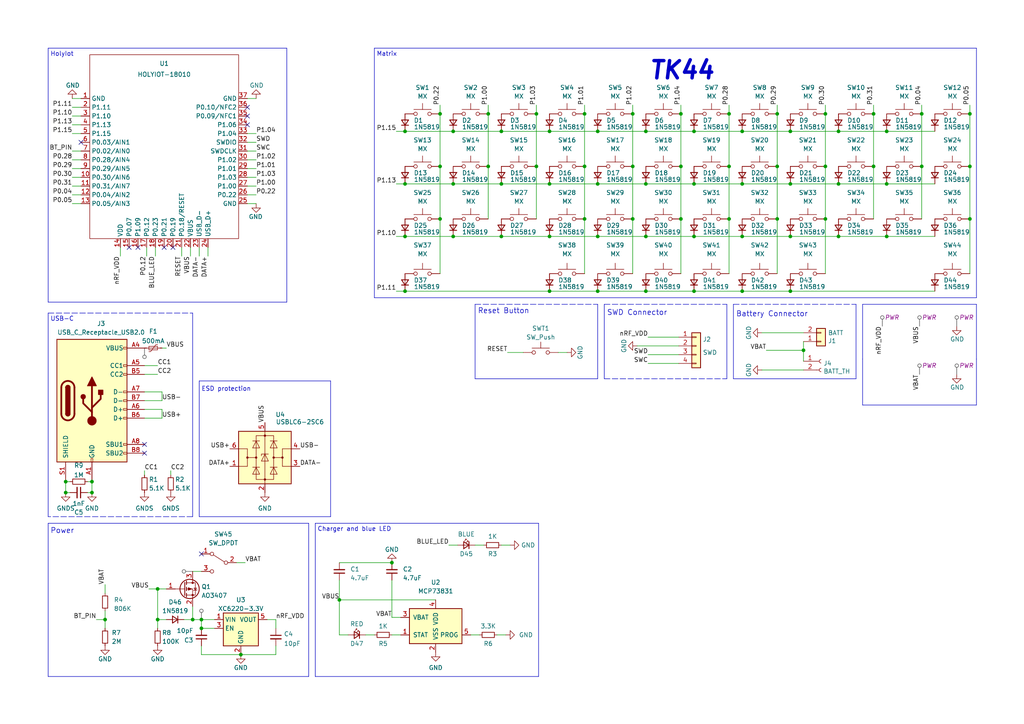
<source format=kicad_sch>
(kicad_sch (version 20230121) (generator eeschema)
  (paper "A4")
  (title_block (title "TK44") (date "2023-03-05") (rev "2.0") (company "Ladniy & krikun98"))
  (junction (at 201.295 38.1))
  (junction (at 26.67 142.875))
  (junction (at 141.605 48.26))
  (junction (at 131.445 38.1))
  (junction (at 211.455 63.5))
  (junction (at 233.045 101.6))
  (junction (at 243.205 68.58))
  (junction (at 197.485 33.02))
  (junction (at 257.175 68.58))
  (junction (at 281.305 48.26))
  (junction (at 173.355 53.34))
  (junction (at 239.395 33.02))
  (junction (at 211.455 48.26))
  (junction (at 58.42 182.245))
  (junction (at 159.385 53.34))
  (junction (at 55.88 179.705) (diameter 0.9144))
  (junction (at 159.385 38.1))
  (junction (at 243.205 38.1))
  (junction (at 145.415 68.58))
  (junction (at 173.355 38.1))
  (junction (at 257.175 53.34))
  (junction (at 201.295 53.34))
  (junction (at 215.265 68.58))
  (junction (at 187.325 38.1))
  (junction (at 19.05 142.875))
  (junction (at 281.305 33.02))
  (junction (at 183.515 33.02))
  (junction (at 211.455 33.02))
  (junction (at 131.445 68.58))
  (junction (at 215.265 53.34))
  (junction (at 187.325 68.58))
  (junction (at 145.415 38.1))
  (junction (at 127.635 63.5))
  (junction (at 45.72 170.815) (diameter 0.9144))
  (junction (at 183.515 48.26))
  (junction (at 169.545 48.26))
  (junction (at 253.365 48.26))
  (junction (at 229.235 68.58))
  (junction (at 201.295 68.58))
  (junction (at 173.355 68.58))
  (junction (at 243.205 53.34))
  (junction (at 215.265 84.455))
  (junction (at 169.545 33.02))
  (junction (at 98.425 173.99))
  (junction (at 229.235 84.455))
  (junction (at 30.48 179.705))
  (junction (at 239.395 63.5))
  (junction (at 155.575 48.26))
  (junction (at 145.415 53.34))
  (junction (at 187.325 53.34))
  (junction (at 197.485 63.5))
  (junction (at 117.475 84.455))
  (junction (at 225.425 63.5))
  (junction (at 173.355 84.455))
  (junction (at 253.365 33.02))
  (junction (at 117.475 68.58))
  (junction (at 127.635 33.02))
  (junction (at 169.545 63.5))
  (junction (at 197.485 48.26))
  (junction (at 201.295 84.455))
  (junction (at 155.575 33.02))
  (junction (at 141.605 33.02))
  (junction (at 159.385 68.58))
  (junction (at 257.175 38.1))
  (junction (at 187.325 84.455))
  (junction (at 267.335 48.26))
  (junction (at 267.335 33.02))
  (junction (at 117.475 53.34))
  (junction (at 215.265 38.1))
  (junction (at 229.235 38.1))
  (junction (at 159.385 84.455))
  (junction (at 113.665 163.195))
  (junction (at 19.05 139.7))
  (junction (at 45.72 179.705) (diameter 0.9144))
  (junction (at 225.425 33.02))
  (junction (at 281.305 63.5))
  (junction (at 26.67 139.7))
  (junction (at 225.425 48.26))
  (junction (at 69.85 189.865))
  (junction (at 229.235 53.34))
  (junction (at 127.635 48.26))
  (junction (at 117.475 38.1))
  (junction (at 183.515 63.5))
  (junction (at 239.395 48.26))
  (junction (at 131.445 53.34))
  (junction (at 58.42 179.705) (diameter 0.9144))
  (no_connect (at 41.91 128.905))
  (no_connect (at 58.42 160.655))
  (no_connect (at 37.465 71.755))
  (no_connect (at 47.625 71.755))
  (no_connect (at 23.495 41.275))
  (no_connect (at 50.165 71.755))
  (no_connect (at 41.91 131.445))
  (no_connect (at 40.005 71.755))
  (no_connect (at 71.755 33.655))
  (no_connect (at 71.755 31.115))
  (no_connect (at 71.755 36.195))
  (polyline (pts (xy 283.21 104.14) (xy 283.21 88.265)))
  (wire (pts (xy 57.785 71.755) (xy 57.785 74.295)))
  (polyline (pts (xy 55.88 90.805) (xy 55.88 149.86)))
  (wire (pts (xy 155.575 33.02) (xy 155.575 48.26)))
  (wire (pts (xy 58.42 182.245) (xy 62.23 182.245)))
  (polyline (pts (xy 55.88 149.86) (xy 13.97 149.86)) (stroke (width 0) (type dash)))
  (wire (pts (xy 30.48 177.165) (xy 30.48 179.705)))
  (wire (pts (xy 159.385 68.58) (xy 173.355 68.58)))
  (wire (pts (xy 58.42 187.325) (xy 58.42 189.865)))
  (polyline (pts (xy 91.44 151.765) (xy 91.44 196.215)))
  (wire (pts (xy 113.665 179.07) (xy 116.205 179.07)))
  (polyline (pts (xy 250.19 88.265) (xy 250.19 104.14)))
  (wire (pts (xy 211.455 30.48) (xy 211.455 33.02)))
  (wire (pts (xy 220.98 107.315) (xy 233.045 107.315)))
  (wire (pts (xy 239.395 33.02) (xy 239.395 48.26)))
  (polyline (pts (xy 210.82 88.265) (xy 210.82 109.855)))
  (wire (pts (xy 215.265 53.34) (xy 229.235 53.34)))
  (wire (pts (xy 253.365 33.02) (xy 253.365 48.26)))
  (wire (pts (xy 114.935 84.455) (xy 117.475 84.455)))
  (wire (pts (xy 55.88 179.705) (xy 58.42 179.705)))
  (wire (pts (xy 267.335 33.02) (xy 267.335 48.26)))
  (wire (pts (xy 197.485 48.26) (xy 197.485 63.5)))
  (wire (pts (xy 145.415 38.1) (xy 159.385 38.1)))
  (wire (pts (xy 211.455 63.5) (xy 211.455 79.375)))
  (polyline (pts (xy 212.725 88.265) (xy 248.285 88.265)) (stroke (width 0) (type dash)))
  (wire (pts (xy 267.335 30.48) (xy 267.335 33.02)))
  (polyline (pts (xy 248.285 109.855) (xy 248.285 88.265)))
  (wire (pts (xy 98.425 173.99) (xy 98.425 184.15)))
  (wire (pts (xy 19.05 142.875) (xy 20.32 142.875)))
  (wire (pts (xy 141.605 48.26) (xy 141.605 63.5)))
  (wire (pts (xy 58.42 189.865) (xy 69.85 189.865)))
  (polyline (pts (xy 13.97 151.765) (xy 89.535 151.765)))
  (wire (pts (xy 20.955 51.435) (xy 23.495 51.435)))
  (wire (pts (xy 161.925 102.235) (xy 164.465 102.235)))
  (polyline (pts (xy 283.21 104.14) (xy 283.21 117.475)))
  (wire (pts (xy 20.955 56.515) (xy 23.495 56.515)))
  (wire (pts (xy 19.05 139.7) (xy 19.05 142.875)))
  (wire (pts (xy 41.91 116.205) (xy 46.99 116.205)))
  (wire (pts (xy 71.755 48.895) (xy 74.295 48.895)))
  (wire (pts (xy 159.385 53.34) (xy 173.355 53.34)))
  (wire (pts (xy 52.705 71.755) (xy 52.705 74.295)))
  (wire (pts (xy 131.445 68.58) (xy 145.415 68.58)))
  (wire (pts (xy 173.355 38.1) (xy 187.325 38.1)))
  (wire (pts (xy 98.425 173.99) (xy 126.365 173.99)))
  (wire (pts (xy 184.785 100.33) (xy 196.85 100.33)))
  (wire (pts (xy 187.96 105.41) (xy 196.85 105.41)))
  (wire (pts (xy 201.295 38.1) (xy 215.265 38.1)))
  (wire (pts (xy 20.955 53.975) (xy 23.495 53.975)))
  (wire (pts (xy 20.955 59.055) (xy 23.495 59.055)))
  (wire (pts (xy 145.415 68.58) (xy 159.385 68.58)))
  (wire (pts (xy 211.455 33.02) (xy 211.455 48.26)))
  (wire (pts (xy 281.305 30.48) (xy 281.305 33.02)))
  (wire (pts (xy 98.425 168.275) (xy 98.425 173.99)))
  (wire (pts (xy 49.53 136.525) (xy 49.53 137.795)))
  (polyline (pts (xy 13.97 151.765) (xy 13.97 196.215)))
  (wire (pts (xy 41.91 113.665) (xy 46.99 113.665)))
  (wire (pts (xy 220.98 96.52) (xy 233.045 96.52)))
  (wire (pts (xy 30.48 179.705) (xy 30.48 182.245)))
  (polyline (pts (xy 173.355 109.855) (xy 137.795 109.855)))
  (wire (pts (xy 229.235 84.455) (xy 271.145 84.455)))
  (wire (pts (xy 243.205 68.58) (xy 257.175 68.58)))
  (wire (pts (xy 19.05 139.065) (xy 19.05 139.7)))
  (wire (pts (xy 155.575 48.26) (xy 155.575 63.5)))
  (wire (pts (xy 71.755 59.055) (xy 74.295 59.055)))
  (wire (pts (xy 46.99 100.965) (xy 48.26 100.965)))
  (wire (pts (xy 187.325 84.455) (xy 201.295 84.455)))
  (wire (pts (xy 131.445 53.34) (xy 145.415 53.34)))
  (polyline (pts (xy 13.97 13.97) (xy 83.185 13.97)))
  (wire (pts (xy 20.955 43.815) (xy 23.495 43.815)))
  (wire (pts (xy 187.325 68.58) (xy 201.295 68.58)))
  (wire (pts (xy 267.335 48.26) (xy 267.335 63.5)))
  (wire (pts (xy 136.525 184.15) (xy 139.065 184.15)))
  (wire (pts (xy 20.955 33.655) (xy 23.495 33.655)))
  (wire (pts (xy 41.91 136.525) (xy 41.91 137.795)))
  (wire (pts (xy 20.955 38.735) (xy 23.495 38.735)))
  (wire (pts (xy 253.365 48.26) (xy 253.365 63.5)))
  (wire (pts (xy 173.355 84.455) (xy 187.325 84.455)))
  (polyline (pts (xy 57.785 110.49) (xy 95.885 110.49)))
  (wire (pts (xy 253.365 30.48) (xy 253.365 33.02)))
  (wire (pts (xy 243.205 53.34) (xy 257.175 53.34)))
  (wire (pts (xy 211.455 48.26) (xy 211.455 63.5)))
  (wire (pts (xy 183.515 30.48) (xy 183.515 33.02)))
  (polyline (pts (xy 108.585 13.97) (xy 283.21 13.97)))
  (polyline (pts (xy 175.26 88.265) (xy 210.82 88.265)) (stroke (width 0) (type dash)))
  (wire (pts (xy 187.96 102.87) (xy 196.85 102.87)))
  (wire (pts (xy 215.265 38.1) (xy 229.235 38.1)))
  (wire (pts (xy 71.755 28.575) (xy 74.295 28.575)))
  (polyline (pts (xy 13.97 87.63) (xy 13.97 13.97)))
  (wire (pts (xy 53.34 179.705) (xy 55.88 179.705)))
  (wire (pts (xy 225.425 30.48) (xy 225.425 33.02)))
  (wire (pts (xy 77.47 179.705) (xy 80.01 179.705)))
  (wire (pts (xy 239.395 30.48) (xy 239.395 33.02)))
  (wire (pts (xy 130.175 158.115) (xy 132.715 158.115)))
  (wire (pts (xy 257.175 68.58) (xy 271.145 68.58)))
  (wire (pts (xy 127.635 33.02) (xy 127.635 48.26)))
  (wire (pts (xy 71.755 38.735) (xy 74.295 38.735)))
  (wire (pts (xy 41.91 121.285) (xy 46.99 121.285)))
  (wire (pts (xy 114.935 68.58) (xy 117.475 68.58)))
  (wire (pts (xy 281.305 48.26) (xy 281.305 63.5)))
  (wire (pts (xy 201.295 84.455) (xy 215.265 84.455)))
  (wire (pts (xy 55.245 71.755) (xy 55.245 74.295)))
  (wire (pts (xy 229.235 38.1) (xy 243.205 38.1)))
  (wire (pts (xy 147.193 102.235) (xy 151.765 102.235)))
  (wire (pts (xy 215.265 84.455) (xy 229.235 84.455)))
  (polyline (pts (xy 212.725 109.855) (xy 248.285 109.855)))
  (wire (pts (xy 20.955 28.575) (xy 23.495 28.575)))
  (wire (pts (xy 243.205 38.1) (xy 257.175 38.1)))
  (wire (pts (xy 45.72 179.705) (xy 45.72 182.245)))
  (wire (pts (xy 106.045 184.15) (xy 108.585 184.15)))
  (wire (pts (xy 257.175 38.1) (xy 271.145 38.1)))
  (wire (pts (xy 46.99 113.665) (xy 46.99 116.205)))
  (wire (pts (xy 25.4 142.875) (xy 26.67 142.875)))
  (wire (pts (xy 26.67 139.065) (xy 26.67 139.7)))
  (polyline (pts (xy 89.535 196.215) (xy 13.97 196.215)))
  (wire (pts (xy 257.175 53.34) (xy 271.145 53.34)))
  (wire (pts (xy 127.635 30.48) (xy 127.635 33.02)))
  (wire (pts (xy 20.955 31.115) (xy 23.495 31.115)))
  (polyline (pts (xy 91.44 196.215) (xy 156.21 196.215)))
  (polyline (pts (xy 83.185 13.97) (xy 83.185 87.63)))
  (wire (pts (xy 173.355 68.58) (xy 187.325 68.58)))
  (wire (pts (xy 239.395 63.5) (xy 239.395 79.375)))
  (wire (pts (xy 187.325 53.34) (xy 201.295 53.34)))
  (wire (pts (xy 114.935 38.1) (xy 117.475 38.1)))
  (wire (pts (xy 58.42 179.705) (xy 62.23 179.705)))
  (polyline (pts (xy 250.19 117.475) (xy 283.21 117.475)))
  (wire (pts (xy 159.385 84.455) (xy 173.355 84.455)))
  (wire (pts (xy 41.91 108.585) (xy 45.72 108.585)))
  (polyline (pts (xy 175.26 109.855) (xy 210.82 109.855)) (stroke (width 0) (type dash)))
  (polyline (pts (xy 156.21 196.215) (xy 156.21 151.765)))
  (wire (pts (xy 42.545 71.755) (xy 42.545 74.295)))
  (wire (pts (xy 71.755 53.975) (xy 74.295 53.975)))
  (wire (pts (xy 68.58 163.195) (xy 71.12 163.195)))
  (wire (pts (xy 80.01 179.705) (xy 80.01 182.245)))
  (polyline (pts (xy 95.885 149.86) (xy 95.885 110.49)))
  (wire (pts (xy 98.425 163.195) (xy 113.665 163.195)))
  (polyline (pts (xy 250.19 104.14) (xy 250.19 117.475)))
  (wire (pts (xy 46.99 118.745) (xy 46.99 121.285)))
  (wire (pts (xy 137.795 158.115) (xy 140.335 158.115)))
  (wire (pts (xy 45.085 71.755) (xy 45.085 74.295)))
  (wire (pts (xy 141.605 33.02) (xy 141.605 48.26)))
  (wire (pts (xy 187.325 38.1) (xy 201.295 38.1)))
  (wire (pts (xy 145.415 158.115) (xy 147.955 158.115)))
  (wire (pts (xy 197.485 63.5) (xy 197.485 79.375)))
  (wire (pts (xy 20.955 36.195) (xy 23.495 36.195)))
  (wire (pts (xy 71.755 41.275) (xy 74.295 41.275)))
  (wire (pts (xy 113.665 168.275) (xy 113.665 179.07)))
  (wire (pts (xy 25.4 139.7) (xy 26.67 139.7)))
  (polyline (pts (xy 83.185 87.63) (xy 13.97 87.63)))
  (wire (pts (xy 117.475 84.455) (xy 159.385 84.455)))
  (wire (pts (xy 225.425 48.26) (xy 225.425 63.5)))
  (wire (pts (xy 113.665 184.15) (xy 116.205 184.15)))
  (wire (pts (xy 69.85 189.865) (xy 80.01 189.865)))
  (wire (pts (xy 20.955 46.355) (xy 23.495 46.355)))
  (wire (pts (xy 55.88 165.735) (xy 58.42 165.735)))
  (wire (pts (xy 144.145 184.15) (xy 146.685 184.15)))
  (wire (pts (xy 229.235 68.58) (xy 243.205 68.58)))
  (wire (pts (xy 169.545 30.48) (xy 169.545 33.02)))
  (polyline (pts (xy 89.535 151.765) (xy 89.535 196.215)))
  (wire (pts (xy 60.325 71.755) (xy 60.325 74.295)))
  (wire (pts (xy 117.475 38.1) (xy 131.445 38.1)))
  (wire (pts (xy 197.485 30.48) (xy 197.485 33.02)))
  (polyline (pts (xy 13.97 90.805) (xy 13.97 149.86)))
  (wire (pts (xy 41.91 106.045) (xy 45.72 106.045)))
  (wire (pts (xy 71.755 56.515) (xy 74.295 56.515)))
  (wire (pts (xy 98.425 184.15) (xy 100.965 184.15)))
  (wire (pts (xy 155.575 30.48) (xy 155.575 33.02)))
  (wire (pts (xy 127.635 48.26) (xy 127.635 63.5)))
  (wire (pts (xy 201.295 53.34) (xy 215.265 53.34)))
  (polyline (pts (xy 108.585 13.97) (xy 108.585 86.36)))
  (wire (pts (xy 55.88 175.895) (xy 55.88 179.705)))
  (wire (pts (xy 169.545 63.5) (xy 169.545 79.375)))
  (wire (pts (xy 225.425 33.02) (xy 225.425 48.26)))
  (wire (pts (xy 183.515 63.5) (xy 183.515 79.375)))
  (wire (pts (xy 197.485 33.02) (xy 197.485 48.26)))
  (wire (pts (xy 45.72 170.815) (xy 45.72 179.705)))
  (wire (pts (xy 30.48 169.545) (xy 30.48 172.085)))
  (wire (pts (xy 183.515 48.26) (xy 183.515 63.5)))
  (polyline (pts (xy 173.355 88.265) (xy 173.355 109.855)))
  (polyline (pts (xy 212.725 88.265) (xy 212.725 109.855)))
  (wire (pts (xy 19.05 139.7) (xy 20.32 139.7)))
  (wire (pts (xy 145.415 53.34) (xy 159.385 53.34)))
  (wire (pts (xy 114.935 53.34) (xy 117.475 53.34)))
  (wire (pts (xy 127.635 63.5) (xy 127.635 79.375)))
  (polyline (pts (xy 13.97 90.805) (xy 55.88 90.805)) (stroke (width 0) (type dash)))
  (polyline (pts (xy 250.19 88.265) (xy 283.21 88.265)))
  (polyline (pts (xy 108.585 86.36) (xy 283.21 86.36)))
  (wire (pts (xy 141.605 30.48) (xy 141.605 33.02)))
  (wire (pts (xy 20.955 48.895) (xy 23.495 48.895)))
  (wire (pts (xy 58.42 179.705) (xy 58.42 182.245)))
  (wire (pts (xy 71.755 43.815) (xy 74.295 43.815)))
  (polyline (pts (xy 175.26 88.265) (xy 175.26 109.855)))
  (wire (pts (xy 43.18 170.815) (xy 45.72 170.815)))
  (polyline (pts (xy 57.785 149.86) (xy 57.785 110.49)))
  (wire (pts (xy 117.475 68.58) (xy 131.445 68.58)))
  (wire (pts (xy 117.475 53.34) (xy 131.445 53.34)))
  (wire (pts (xy 281.305 33.02) (xy 281.305 48.26)))
  (polyline (pts (xy 137.795 88.265) (xy 173.355 88.265)) (stroke (width 0) (type dash)))
  (wire (pts (xy 71.755 51.435) (xy 74.295 51.435)))
  (polyline (pts (xy 91.44 151.765) (xy 156.21 151.765)))
  (wire (pts (xy 187.96 97.79) (xy 196.85 97.79)))
  (wire (pts (xy 80.01 189.865) (xy 80.01 187.325)))
  (wire (pts (xy 45.72 170.815) (xy 48.26 170.815)))
  (wire (pts (xy 34.925 71.755) (xy 34.925 74.295)))
  (wire (pts (xy 239.395 48.26) (xy 239.395 63.5)))
  (wire (pts (xy 45.72 179.705) (xy 48.26 179.705)))
  (polyline (pts (xy 283.21 86.36) (xy 283.21 13.97)))
  (wire (pts (xy 233.045 99.06) (xy 233.045 101.6)))
  (wire (pts (xy 225.425 63.5) (xy 225.425 79.375)))
  (wire (pts (xy 169.545 33.02) (xy 169.545 48.26)))
  (polyline (pts (xy 57.785 149.86) (xy 95.885 149.86)))
  (wire (pts (xy 281.305 63.5) (xy 281.305 79.375)))
  (wire (pts (xy 26.67 139.7) (xy 26.67 142.875)))
  (wire (pts (xy 159.385 38.1) (xy 173.355 38.1)))
  (wire (pts (xy 27.94 179.705) (xy 30.48 179.705)))
  (wire (pts (xy 71.755 46.355) (xy 74.295 46.355)))
  (wire (pts (xy 169.545 48.26) (xy 169.545 63.5)))
  (polyline (pts (xy 137.795 88.265) (xy 137.795 109.855)))
  (wire (pts (xy 215.265 68.58) (xy 229.235 68.58)))
  (wire (pts (xy 222.25 101.6) (xy 233.045 101.6)))
  (wire (pts (xy 201.295 68.58) (xy 215.265 68.58)))
  (wire (pts (xy 233.045 101.6) (xy 233.045 104.775)))
  (wire (pts (xy 183.515 33.02) (xy 183.515 48.26)))
  (wire (pts (xy 131.445 38.1) (xy 145.415 38.1)))
  (wire (pts (xy 229.235 53.34) (xy 243.205 53.34)))
  (wire (pts (xy 173.355 53.34) (xy 187.325 53.34)))
  (wire (pts (xy 41.91 118.745) (xy 46.99 118.745)))
  (text "HolyIot" (at 14.605 16.51 0) (effects (font (size 1.27 1.27)) (justify left bottom)))
  (text "USB-C" (at 14.605 93.345 0) (effects (font (size 1.27 1.27)) (justify left bottom)))
  (text "Power" (at 14.605 154.94 0) (effects (font (size 1.524 1.524)) (justify left bottom)))
  (text "ESD protection" (at 58.42 113.665 0) (effects (font (size 1.27 1.27)) (justify left bottom)))
  (text "TK44" (at 187.96 23.495 0) (effects (font (size 5 5) (thickness 1) bold italic) (justify left bottom)))
  (text "SWD Сonnector" (at 176.022 91.694 0) (effects (font (size 1.524 1.524)) (justify left bottom)))
  (text "Reset Button" (at 138.557 91.186 0) (effects (font (size 1.524 1.524)) (justify left bottom)))
  (text "Battery Сonnector" (at 213.487 92.075 0) (effects (font (size 1.524 1.524)) (justify left bottom)))
  (text "Charger and blue LED" (at 92.075 154.305 0) (effects (font (size 1.27 1.27)) (justify left bottom)))
  (text "Matrix" (at 109.22 16.51 0) (effects (font (size 1.27 1.27)) (justify left bottom)))
  (label "P1.00" (at 74.295 53.975 0))
  (label "P1.03" (at 74.295 51.435 0))
  (label "P0.29" (at 225.425 30.48 90))
  (label "DATA+" (at 60.325 74.295 270))
  (label "nRF_VDD" (at 187.96 97.79 180))
  (label "P1.10" (at 20.955 33.655 180))
  (label "VBAT" (at 266.7 108.585 270))
  (label "SWC" (at 187.96 105.41 180))
  (label "P1.15" (at 114.935 38.1 180))
  (label "P1.02" (at 74.295 46.355 0))
  (label "P0.04" (at 267.335 30.48 90))
  (label "P0.28" (at 20.955 46.355 180))
  (label "P1.15" (at 20.955 38.735 180))
  (label "P0.31" (at 253.365 30.48 90))
  (label "P0.28" (at 211.455 30.48 90))
  (label "P1.02" (at 183.515 30.48 90))
  (label "P0.22" (at 74.295 56.515 0))
  (label "CC2" (at 49.53 136.525 0))
  (label "P0.29" (at 20.955 48.895 180))
  (label "VBAT" (at 71.12 163.195 0))
  (label "P0.05" (at 281.305 30.48 90))
  (label "P1.11" (at 114.935 84.455 180))
  (label "USB-" (at 86.995 130.175 0))
  (label "USB+" (at 66.675 130.175 180))
  (label "CC2" (at 45.72 108.585 0))
  (label "DATA-" (at 57.785 74.295 270))
  (label "VBAT" (at 222.25 101.6 180))
  (label "SWC" (at 74.295 43.815 0))
  (label "P1.04" (at 74.295 38.735 0))
  (label "VBUS" (at 266.7 94.615 270))
  (label "VBUS" (at 76.835 122.555 90))
  (label "USB+" (at 46.99 121.285 0))
  (label "P1.10" (at 114.935 68.58 180))
  (label "nRF_VDD" (at 255.905 94.615 270))
  (label "SWD" (at 74.295 41.275 0))
  (label "VBUS" (at 48.26 100.965 0))
  (label "P1.01" (at 169.545 30.48 90))
  (label "USB-" (at 46.99 116.205 0))
  (label "VBUS" (at 98.425 173.99 180))
  (label "nRF_VDD" (at 34.925 74.295 270))
  (label "P1.11" (at 20.955 31.115 180))
  (label "BT_PIN" (at 20.955 43.815 180))
  (label "BLUE_LED" (at 45.085 74.295 270))
  (label "nRF_VDD" (at 80.01 179.705 0))
  (label "VBUS" (at 43.18 170.815 180))
  (label "P0.30" (at 20.955 51.435 180))
  (label "BT_PIN" (at 27.94 179.705 180))
  (label "P1.13" (at 114.935 53.34 180))
  (label "CC1" (at 41.91 136.525 0))
  (label "DATA-" (at 86.995 135.255 0))
  (label "RESET" (at 147.193 102.235 180))
  (label "P0.04" (at 20.955 56.515 180))
  (label "P0.31" (at 20.955 53.975 180))
  (label "P0.22" (at 127.635 30.48 90))
  (label "P1.13" (at 20.955 36.195 180))
  (label "P1.03" (at 155.575 30.48 90))
  (label "RESET" (at 52.705 74.295 270))
  (label "P1.00" (at 141.605 30.48 90))
  (label "P0.05" (at 20.955 59.055 180))
  (label "VBAT" (at 113.665 179.07 180))
  (label "P0.30" (at 239.395 30.48 90))
  (label "P0.12" (at 42.545 74.295 270))
  (label "CC1" (at 45.72 106.045 0))
  (label "VBAT" (at 30.48 169.545 90))
  (label "VBUS" (at 55.245 74.295 270))
  (label "SWD" (at 187.96 102.87 180))
  (label "P1.01" (at 74.295 48.895 0))
  (label "P1.04" (at 197.485 30.48 90))
  (label "DATA+" (at 66.675 135.255 180))
  (label "BLUE_LED" (at 130.175 158.115 180))
  (netclass_flag "" (length 2.54) (shape round) (at 255.905 94.615 0) (property "Netclass" "PWR" (at 256.6035 92.075 0) (effects (font italic) (justify left))))
  (netclass_flag "" (length 2.54) (shape round) (at 266.7 94.615 0) (property "Netclass" "PWR" (at 267.3985 92.075 0) (effects (font italic) (justify left))))
  (netclass_flag "" (length 2.54) (shape round) (at 277.495 108.585 0) (property "Netclass" "PWR" (at 278.1935 106.045 0) (effects (font italic) (justify left))))
  (netclass_flag "" (length 2.54) (shape round) (at 41.91 100.965 180) (property "Netclass" "PWR" (effects hide)))
  (netclass_flag "" (length 2.54) (shape round) (at 277.495 94.615 0) (property "Netclass" "PWR" (at 278.1935 92.075 0) (effects (font italic) (justify left))))
  (netclass_flag "" (length 2.54) (shape round) (at 58.42 179.705 0) (property "Netclass" "PWR" (effects hide)))
  (netclass_flag "" (length 2.54) (shape round) (at 266.7 108.585 0) (property "Netclass" "PWR" (at 267.3985 106.045 0) (effects (font italic) (justify left))))
  (netclass_flag "" (length 2.54) (shape round) (at 55.88 165.735 90) (property "Netclass" "PWR" (effects hide)))
  (symbol (lib_id "Switch:SW_Push") (at 150.495 33.02 0) (unit 1)
    (property "Reference" "SW3" (at 150.495 25.4 0))
    (property "Value" "MX" (at 150.495 27.94 0))
    (property "Footprint" "TK44:Switch_Mx_Hotswap_1u" (effects hide))
  )
  (symbol (lib_id "Device:D_Small") (at 215.265 35.56 90) (unit 1)
    (property "Reference" "D8" (at 217.805 34.925 90) (effects (justify right)))
    (property "Value" "1N5819" (at 217.805 36.83 90) (effects (justify right)))
    (property "Footprint" "TK44:D_SOD-123" (effects hide))
  )
  (symbol (lib_id "Switch:SW_Push") (at 122.555 63.5 0) (unit 1)
    (property "Reference" "SW25" (at 122.555 55.88 0))
    (property "Value" "MX" (at 122.555 58.42 0))
    (property "Footprint" "TK44:Switch_Mx_Hotswap_1u" (effects hide))
  )
  (symbol (lib_id "Device:D_Small") (at 201.295 81.915 90) (unit 1)
    (property "Reference" "D41" (at 203.835 81.28 90) (effects (justify right)))
    (property "Value" "1N5819" (at 203.835 83.185 90) (effects (justify right)))
    (property "Footprint" "TK44:D_SOD-123" (effects hide))
  )
  (symbol (lib_id "Device:C_Small") (at 80.01 184.785 0) (unit 1)
    (property "Reference" "C4" (at 82.3342 183.8765 0) (effects (justify left)))
    (property "Value" "10pF" (at 82.3342 186.6516 0) (effects (justify left)))
    (property "Footprint" "Capacitor_SMD:C_0805_2012Metric_Pad1.18x1.45mm_HandSolder" (effects hide))
    (property "LCSC" "C1634" (effects hide))
  )
  (symbol (lib_id "Device:D_Small") (at 117.475 66.04 90) (unit 1)
    (property "Reference" "D25" (at 120.015 65.405 90) (effects (justify right)))
    (property "Value" "1N5819" (at 120.015 67.31 90) (effects (justify right)))
    (property "Footprint" "TK44:D_SOD-123" (effects hide))
  )
  (symbol (lib_id "Device:D_Small") (at 50.8 179.705 180) (unit 1)
    (property "Reference" "D46" (at 50.8 174.625 0))
    (property "Value" "1N5819" (at 50.8 177.165 0))
    (property "Footprint" "TK44:D_SOD-123" (effects hide))
  )
  (symbol (lib_id "Device:R_Small") (at 141.605 184.15 90) (unit 1)
    (property "Reference" "R6" (at 141.605 186.69 90))
    (property "Value" "3.3K" (at 141.605 181.61 90))
    (property "Footprint" "Resistor_SMD:R_0805_2012Metric_Pad1.20x1.40mm_HandSolder" (effects hide))
  )
  (symbol (lib_id "power:GND") (at 146.685 184.15 90) (unit 1)
    (property "Reference" "#PWR012" (effects hide))
    (property "Value" "GND" (at 150.495 184.1499 90) (effects (justify right)))
  )
  (symbol (lib_id "power:GND") (at 277.495 94.615 0) (unit 1)
    (property "Reference" "#PWR04" (effects hide))
    (property "Value" "GND" (at 277.622 98.3742 0))
  )
  (symbol (lib_id "Switch:SW_Push") (at 276.225 48.26 0) (unit 1)
    (property "Reference" "SW24" (at 276.225 40.64 0))
    (property "Value" "MX" (at 276.225 43.18 0))
    (property "Footprint" "TK44:Switch_Mx_Hotswap_1u" (effects hide))
  )
  (symbol (lib_id "power:GND") (at 113.665 163.195 180) (unit 1)
    (property "Reference" "#PWR017" (effects hide))
    (property "Value" "GND" (at 113.665 159.385 0))
  )
  (symbol (lib_id "power:GND") (at 220.98 96.52 270) (unit 1)
    (property "Reference" "#PWR021" (effects hide))
    (property "Value" "GND" (at 217.17 96.52 0))
  )
  (symbol (lib_id "Device:D_Small") (at 215.265 50.8 90) (unit 1)
    (property "Reference" "D20" (at 217.805 50.165 90) (effects (justify right)))
    (property "Value" "1N5819" (at 217.805 52.07 90) (effects (justify right)))
    (property "Footprint" "TK44:D_SOD-123" (effects hide))
  )
  (symbol (lib_id "Switch:SW_Push") (at 276.225 33.02 0) (unit 1)
    (property "Reference" "SW12" (at 276.225 25.4 0))
    (property "Value" "MX" (at 276.225 27.94 0))
    (property "Footprint" "TK44:Switch_Mx_Hotswap_1u" (effects hide))
  )
  (symbol (lib_id "power:GND") (at 30.48 187.325 0) (unit 1)
    (property "Reference" "#PWR013" (effects hide))
    (property "Value" "GND" (at 30.48 191.135 0))
  )
  (symbol (lib_id "Device:D_Small") (at 201.295 35.56 90) (unit 1)
    (property "Reference" "D7" (at 203.835 34.925 90) (effects (justify right)))
    (property "Value" "1N5819" (at 203.835 36.83 90) (effects (justify right)))
    (property "Footprint" "TK44:D_SOD-123" (effects hide))
  )
  (symbol (lib_id "Device:D_Small") (at 131.445 50.8 90) (unit 1)
    (property "Reference" "D14" (at 133.985 50.165 90) (effects (justify right)))
    (property "Value" "1N5819" (at 133.985 52.07 90) (effects (justify right)))
    (property "Footprint" "TK44:D_SOD-123" (effects hide))
  )
  (symbol (lib_id "power:GND") (at 126.365 189.23 0) (unit 1)
    (property "Reference" "#PWR015" (effects hide))
    (property "Value" "GND" (at 126.365 193.675 0))
  )
  (symbol (lib_id "Switch:SW_Push") (at 248.285 63.5 0) (unit 1)
    (property "Reference" "SW34" (at 248.285 55.88 0))
    (property "Value" "MX" (at 248.285 58.42 0))
    (property "Footprint" "TK44:Switch_Mx_Hotswap_1u" (effects hide))
  )
  (symbol (lib_id "Device:R_Small") (at 41.91 140.335 0) (unit 1)
    (property "Reference" "R1" (at 43.18 139.0649 0) (effects (justify left)))
    (property "Value" "5.1K" (at 43.18 141.6049 0) (effects (justify left)))
    (property "Footprint" "Resistor_SMD:R_0805_2012Metric_Pad1.20x1.40mm_HandSolder" (effects hide))
  )
  (symbol (lib_id "power:GNDS") (at 19.05 142.875 0) (unit 1)
    (property "Reference" "#PWR08" (effects hide))
    (property "Value" "GNDS" (at 19.05 147.4376 0))
  )
  (symbol (lib_id "Switch:SW_Push") (at 192.405 48.26 0) (unit 1)
    (property "Reference" "SW18" (at 192.405 40.64 0))
    (property "Value" "MX" (at 192.405 43.18 0))
    (property "Footprint" "TK44:Switch_Mx_Hotswap_1u" (effects hide))
  )
  (symbol (lib_id "Device:D_Small") (at 243.205 35.56 90) (unit 1)
    (property "Reference" "D10" (at 245.745 34.925 90) (effects (justify right)))
    (property "Value" "1N5819" (at 245.745 36.83 90) (effects (justify right)))
    (property "Footprint" "TK44:D_SOD-123" (effects hide))
  )
  (symbol (lib_id "power:GND") (at 76.835 142.875 0) (unit 1)
    (property "Reference" "#PWR018" (effects hide))
    (property "Value" "GND" (at 76.835 147.4376 0))
  )
  (symbol (lib_id "power:GND") (at 20.955 28.575 180) (unit 1)
    (property "Reference" "#PWR01" (effects hide))
    (property "Value" "GND" (at 19.05 24.765 0) (effects (justify right)))
  )
  (symbol (lib_id "TK44:MSK12C02") (at 63.5 163.195 0) (mirror y) (unit 1)
    (property "Reference" "SW45" (at 64.77 154.94 0))
    (property "Value" "SW_DPDT" (at 64.77 157.48 0))
    (property "Footprint" "TK44:MSK-12C02" (effects hide))
  )
  (symbol (lib_id "Connector:USB_C_Receptacle_USB2.0") (at 26.67 116.205 0) (unit 1)
    (property "Reference" "J3" (at 29.337 93.853 0))
    (property "Value" "USB_C_Receptacle_USB2.0" (at 29.337 96.393 0))
    (property "Footprint" "TK44:USB-C-C168688" (effects hide))
    (property "Datasheet" "https://www.usb.org/sites/default/files/documents/usb_type-c.zip" (effects hide))
  )
  (symbol (lib_id "power:GND") (at 277.495 108.585 0) (unit 1)
    (property "Reference" "#PWR010" (effects hide))
    (property "Value" "GNDS" (at 277.622 112.3442 0))
  )
  (symbol (lib_id "Switch:SW_Push") (at 234.315 48.26 0) (unit 1)
    (property "Reference" "SW21" (at 234.315 40.64 0))
    (property "Value" "MX" (at 234.315 43.18 0))
    (property "Footprint" "TK44:Switch_Mx_Hotswap_1u" (effects hide))
  )
  (symbol (lib_id "Switch:SW_Push") (at 262.255 63.5 0) (unit 1)
    (property "Reference" "SW35" (at 262.255 55.88 0))
    (property "Value" "MX" (at 262.255 58.42 0))
    (property "Footprint" "TK44:Switch_Mx_Hotswap_1u" (effects hide))
  )
  (symbol (lib_id "Device:D_Small") (at 229.235 81.915 90) (unit 1)
    (property "Reference" "D43" (at 231.775 81.28 90) (effects (justify right)))
    (property "Value" "1N5819" (at 231.775 83.185 90) (effects (justify right)))
    (property "Footprint" "TK44:D_SOD-123" (effects hide))
  )
  (symbol (lib_id "power:GNDS") (at 49.53 142.875 0) (unit 1)
    (property "Reference" "#PWR09" (effects hide))
    (property "Value" "GNDS" (at 49.53 147.4376 0))
  )
  (symbol (lib_id "Device:Polyfuse_Small") (at 44.45 100.965 90) (unit 1)
    (property "Reference" "F1" (at 44.45 96.1094 90))
    (property "Value" "500mA" (at 44.45 98.8845 90))
    (property "Footprint" "Fuse:Fuse_1206_3216Metric_Pad1.42x1.75mm_HandSolder" (effects hide))
    (property "LCSC" "C883122" (effects hide))
  )
  (symbol (lib_id "Device:LED_Small") (at 135.255 158.115 0) (mirror y) (unit 1)
    (property "Reference" "D45" (at 135.255 160.655 0))
    (property "Value" "BLUE" (at 135.255 154.94 0))
    (property "Footprint" "LED_SMD:LED_0805_2012Metric_Pad1.15x1.40mm_HandSolder" (effects hide))
  )
  (symbol (lib_id "Device:D_Small") (at 117.475 50.8 90) (unit 1)
    (property "Reference" "D13" (at 120.015 50.165 90) (effects (justify right)))
    (property "Value" "1N5819" (at 120.015 52.07 90) (effects (justify right)))
    (property "Footprint" "TK44:D_SOD-123" (effects hide))
  )
  (symbol (lib_id "Device:D_Small") (at 159.385 66.04 90) (unit 1)
    (property "Reference" "D28" (at 161.925 65.405 90) (effects (justify right)))
    (property "Value" "1N5819" (at 161.925 67.31 90) (effects (justify right)))
    (property "Footprint" "TK44:D_SOD-123" (effects hide))
  )
  (symbol (lib_id "power:GNDS") (at 41.91 142.875 0) (unit 1)
    (property "Reference" "#PWR020" (effects hide))
    (property "Value" "GNDS" (at 41.91 147.4376 0))
  )
  (symbol (lib_id "TK44:AP2112K-3.3V") (at 69.85 182.245 0) (unit 1)
    (property "Reference" "U3" (at 69.85 173.99 0))
    (property "Value" "XC6220-3.3V" (at 69.85 176.53 0))
    (property "Footprint" "TK44:SOT-23-5" (effects hide))
  )
  (symbol (lib_id "Switch:SW_Push") (at 220.345 79.375 0) (unit 1)
    (property "Reference" "SW42" (at 220.345 71.12 0))
    (property "Value" "MX" (at 220.345 73.66 0))
    (property "Footprint" "TK44:Switch_Mx_Hotswap_1u" (effects hide))
  )
  (symbol (lib_id "power:GND") (at 74.295 59.055 0) (unit 1)
    (property "Reference" "#PWR03" (effects hide))
    (property "Value" "GND" (at 76.2 62.865 0) (effects (justify right)))
  )
  (symbol (lib_id "Switch:SW_Push") (at 164.465 63.5 0) (unit 1)
    (property "Reference" "SW28" (at 164.465 55.88 0))
    (property "Value" "MX" (at 164.465 58.42 0))
    (property "Footprint" "TK44:Switch_Mx_Hotswap_1u" (effects hide))
  )
  (symbol (lib_id "Device:D_Small") (at 159.385 81.915 90) (unit 1)
    (property "Reference" "D38" (at 161.925 81.28 90) (effects (justify right)))
    (property "Value" "1N5819" (at 161.925 83.185 90) (effects (justify right)))
    (property "Footprint" "TK44:D_SOD-123" (effects hide))
  )
  (symbol (lib_id "Switch:SW_Push") (at 192.405 79.375 0) (unit 1)
    (property "Reference" "SW40" (at 192.405 71.12 0))
    (property "Value" "MX" (at 192.405 73.66 0))
    (property "Footprint" "TK44:Switch_Mx_Hotswap_1.25u" (effects hide))
  )
  (symbol (lib_id "Switch:SW_Push") (at 276.225 63.5 0) (unit 1)
    (property "Reference" "SW36" (at 276.225 55.88 0))
    (property "Value" "MX" (at 276.225 58.42 0))
    (property "Footprint" "TK44:Switch_Mx_Hotswap_1u" (effects hide))
  )
  (symbol (lib_id "Device:D_Small") (at 145.415 50.8 90) (unit 1)
    (property "Reference" "D15" (at 147.955 50.165 90) (effects (justify right)))
    (property "Value" "1N5819" (at 147.955 52.07 90) (effects (justify right)))
    (property "Footprint" "TK44:D_SOD-123" (effects hide))
  )
  (symbol (lib_id "Switch:SW_Push") (at 206.375 63.5 0) (unit 1)
    (property "Reference" "SW31" (at 206.375 55.88 0))
    (property "Value" "MX" (at 206.375 58.42 0))
    (property "Footprint" "TK44:Switch_Mx_Hotswap_1u" (effects hide))
  )
  (symbol (lib_id "Battery_Management:MCP73832-2-OT") (at 126.365 181.61 0) (mirror y) (unit 1)
    (property "Reference" "U2" (at 126.365 168.91 0))
    (property "Value" "MCP73831" (at 126.365 171.45 0))
    (property "Footprint" "TK44:SOT-23-5" (effects hide))
    (property "Datasheet" "http://ww1.microchip.com/downloads/en/DeviceDoc/20001984g.pdf" (effects hide))
  )
  (symbol (lib_id "Connector:Conn_01x02_Female") (at 238.125 104.775 0) (unit 1)
    (property "Reference" "J4" (at 238.8362 105.3846 0) (effects (justify left)))
    (property "Value" "BATT_TH" (at 238.8362 107.696 0) (effects (justify left)))
    (property "Footprint" "TK44:Battery_Connector_TH" (effects hide))
  )
  (symbol (lib_id "Device:D_Small") (at 271.145 35.56 90) (unit 1)
    (property "Reference" "D12" (at 273.685 34.925 90) (effects (justify right)))
    (property "Value" "1N5819" (at 273.685 36.83 90) (effects (justify right)))
    (property "Footprint" "TK44:D_SOD-123" (effects hide))
  )
  (symbol (lib_id "Device:D_Small") (at 271.145 66.04 90) (unit 1)
    (property "Reference" "D36" (at 273.685 65.405 90) (effects (justify right)))
    (property "Value" "1N5819" (at 273.685 67.31 90) (effects (justify right)))
    (property "Footprint" "TK44:D_SOD-123" (effects hide))
  )
  (symbol (lib_id "Switch:SW_Push") (at 178.435 63.5 0) (unit 1)
    (property "Reference" "SW29" (at 178.435 55.88 0))
    (property "Value" "MX" (at 178.435 58.42 0))
    (property "Footprint" "TK44:Switch_Mx_Hotswap_1u" (effects hide))
  )
  (symbol (lib_id "Device:D_Small") (at 117.475 35.56 90) (unit 1)
    (property "Reference" "D1" (at 120.015 34.925 90) (effects (justify right)))
    (property "Value" "1N5819" (at 120.015 36.83 90) (effects (justify right)))
    (property "Footprint" "TK44:D_SOD-123" (effects hide))
  )
  (symbol (lib_id "power:GND") (at 74.295 28.575 180) (unit 1)
    (property "Reference" "#PWR02" (effects hide))
    (property "Value" "GND" (at 72.39 24.765 0) (effects (justify right)))
  )
  (symbol (lib_id "Switch:SW_Push") (at 178.435 48.26 0) (unit 1)
    (property "Reference" "SW17" (at 178.435 40.64 0))
    (property "Value" "MX" (at 178.435 43.18 0))
    (property "Footprint" "TK44:Switch_Mx_Hotswap_1u" (effects hide))
  )
  (symbol (lib_id "Device:D_Small") (at 243.205 66.04 90) (unit 1)
    (property "Reference" "D34" (at 245.745 65.405 90) (effects (justify right)))
    (property "Value" "1N5819" (at 245.745 67.31 90) (effects (justify right)))
    (property "Footprint" "TK44:D_SOD-123" (effects hide))
  )
  (symbol (lib_id "Device:R_Small") (at 22.86 139.7 90) (unit 1)
    (property "Reference" "R9" (at 22.86 134.9968 90))
    (property "Value" "1M" (at 22.86 137.7719 90))
    (property "Footprint" "Resistor_SMD:R_0805_2012Metric_Pad1.20x1.40mm_HandSolder" (effects hide))
    (property "LCSC" "C22935" (effects hide))
  )
  (symbol (lib_id "Switch:SW_Push") (at 206.375 79.375 0) (unit 1)
    (property "Reference" "SW41" (at 206.375 71.12 0))
    (property "Value" "MX" (at 206.375 73.66 0))
    (property "Footprint" "TK44:Switch_Mx_Hotswap_1.25u" (effects hide))
  )
  (symbol (lib_id "Switch:SW_Push") (at 234.315 33.02 0) (unit 1)
    (property "Reference" "SW9" (at 234.315 25.4 0))
    (property "Value" "MX" (at 234.315 27.94 0))
    (property "Footprint" "TK44:Switch_Mx_Hotswap_1u" (effects hide))
  )
  (symbol (lib_id "Switch:SW_Push") (at 122.555 33.02 0) (unit 1)
    (property "Reference" "SW1" (at 122.555 25.4 0))
    (property "Value" "MX" (at 122.555 27.94 0))
    (property "Footprint" "TK44:Switch_Mx_Hotswap_1u" (effects hide))
  )
  (symbol (lib_id "Device:D_Small") (at 257.175 35.56 90) (unit 1)
    (property "Reference" "D11" (at 259.715 34.925 90) (effects (justify right)))
    (property "Value" "1N5819" (at 259.715 36.83 90) (effects (justify right)))
    (property "Footprint" "TK44:D_SOD-123" (effects hide))
  )
  (symbol (lib_id "Device:D_Small") (at 173.355 81.915 90) (unit 1)
    (property "Reference" "D39" (at 175.895 81.28 90) (effects (justify right)))
    (property "Value" "1N5819" (at 175.895 83.185 90) (effects (justify right)))
    (property "Footprint" "TK44:D_SOD-123" (effects hide))
  )
  (symbol (lib_id "Device:R_Small") (at 142.875 158.115 90) (unit 1)
    (property "Reference" "R3" (at 142.875 160.655 90))
    (property "Value" "1K" (at 142.875 155.575 90))
    (property "Footprint" "Resistor_SMD:R_0805_2012Metric_Pad1.20x1.40mm_HandSolder" (effects hide))
  )
  (symbol (lib_id "Device:D_Small") (at 243.205 50.8 90) (unit 1)
    (property "Reference" "D22" (at 245.745 50.165 90) (effects (justify right)))
    (property "Value" "1N5819" (at 245.745 52.07 90) (effects (justify right)))
    (property "Footprint" "TK44:D_SOD-123" (effects hide))
  )
  (symbol (lib_id "Device:R_Small") (at 49.53 140.335 0) (unit 1)
    (property "Reference" "R2" (at 50.8 139.0649 0) (effects (justify left)))
    (property "Value" "5.1K" (at 50.8 141.6049 0) (effects (justify left)))
    (property "Footprint" "Resistor_SMD:R_0805_2012Metric_Pad1.20x1.40mm_HandSolder" (effects hide))
  )
  (symbol (lib_id "Device:D_Small") (at 187.325 50.8 90) (unit 1)
    (property "Reference" "D18" (at 189.865 50.165 90) (effects (justify right)))
    (property "Value" "1N5819" (at 189.865 52.07 90) (effects (justify right)))
    (property "Footprint" "TK44:D_SOD-123" (effects hide))
  )
  (symbol (lib_id "Device:D_Small") (at 201.295 66.04 90) (unit 1)
    (property "Reference" "D31" (at 203.835 65.405 90) (effects (justify right)))
    (property "Value" "1N5819" (at 203.835 67.31 90) (effects (justify right)))
    (property "Footprint" "TK44:D_SOD-123" (effects hide))
  )
  (symbol (lib_id "Device:D_Small") (at 187.325 35.56 90) (unit 1)
    (property "Reference" "D6" (at 189.865 34.925 90) (effects (justify right)))
    (property "Value" "1N5819" (at 189.865 36.83 90) (effects (justify right)))
    (property "Footprint" "TK44:D_SOD-123" (effects hide))
  )
  (symbol (lib_id "Device:D_Small") (at 215.265 66.04 90) (unit 1)
    (property "Reference" "D32" (at 217.805 65.405 90) (effects (justify right)))
    (property "Value" "1N5819" (at 217.805 67.31 90) (effects (justify right)))
    (property "Footprint" "TK44:D_SOD-123" (effects hide))
  )
  (symbol (lib_id "Switch:SW_Push") (at 156.845 102.235 0) (unit 1)
    (property "Reference" "SWT1" (at 156.845 95.25 0))
    (property "Value" "SW_Push" (at 156.845 97.79 0))
    (property "Footprint" "TK44:SW_SPST_EVQP7C" (effects hide))
  )
  (symbol (lib_id "Device:C_Small") (at 113.665 165.735 180) (unit 1)
    (property "Reference" "C2" (at 116.84 165.0936 0) (effects (justify right)))
    (property "Value" "4.7uF" (at 116.84 167.6336 0) (effects (justify right)))
    (property "Footprint" "Capacitor_SMD:C_0805_2012Metric_Pad1.18x1.45mm_HandSolder" (effects hide))
    (property "LCSC" "C19666" (effects hide))
  )
  (symbol (lib_id "Device:D_Small") (at 271.145 50.8 90) (unit 1)
    (property "Reference" "D24" (at 273.685 50.165 90) (effects (justify right)))
    (property "Value" "1N5819" (at 273.685 52.07 90) (effects (justify right)))
    (property "Footprint" "TK44:D_SOD-123" (effects hide))
  )
  (symbol (lib_id "Device:D_Small") (at 257.175 66.04 90) (unit 1)
    (property "Reference" "D35" (at 259.715 65.405 90) (effects (justify right)))
    (property "Value" "1N5819" (at 259.715 67.31 90) (effects (justify right)))
    (property "Footprint" "TK44:D_SOD-123" (effects hide))
  )
  (symbol (lib_id "Switch:SW_Push") (at 234.315 63.5 0) (unit 1)
    (property "Reference" "SW33" (at 234.315 55.88 0))
    (property "Value" "MX" (at 234.315 58.42 0))
    (property "Footprint" "TK44:Switch_Mx_Hotswap_1u" (effects hide))
  )
  (symbol (lib_id "Connector_Generic:Conn_01x02") (at 238.125 99.06 0) (mirror x) (unit 1)
    (property "Reference" "J1" (at 240.157 98.8568 0) (effects (justify left)))
    (property "Value" "BATT" (at 240.157 96.5454 0) (effects (justify left)))
    (property "Footprint" "TK44:Battery_Connector_V2" (effects hide))
  )
  (symbol (lib_id "Switch:SW_Push") (at 150.495 63.5 0) (unit 1)
    (property "Reference" "SW27" (at 150.495 55.88 0))
    (property "Value" "MX" (at 150.495 58.42 0))
    (property "Footprint" "TK44:Switch_Mx_Hotswap_1u" (effects hide))
  )
  (symbol (lib_id "Switch:SW_Push") (at 122.555 79.375 0) (unit 1)
    (property "Reference" "SW37" (at 122.555 71.12 0))
    (property "Value" "MX" (at 122.555 73.66 0))
    (property "Footprint" "TK44:Switch_Mx_Hotswap_1u" (effects hide))
  )
  (symbol (lib_id "Device:R_Small") (at 30.48 184.785 0) (unit 1)
    (property "Reference" "R7" (at 32.385 183.5149 0) (effects (justify left)))
    (property "Value" "2M" (at 32.385 186.0549 0) (effects (justify left)))
    (property "Footprint" "Resistor_SMD:R_0805_2012Metric_Pad1.20x1.40mm_HandSolder" (effects hide))
  )
  (symbol (lib_id "Power_Protection:USBLC6-2SC6") (at 76.835 132.715 0) (unit 1)
    (property "Reference" "U4" (at 81.28 120.2394 0))
    (property "Value" "USBLC6-2SC6" (at 86.995 122.3795 0))
    (property "Footprint" "Package_TO_SOT_SMD:SOT-23-6" (effects hide))
    (property "Datasheet" "https://www.st.com/resource/en/datasheet/usblc6-2.pdf" (effects hide))
    (property "LCSC" "C558442" (effects hide))
  )
  (symbol (lib_id "Device:D_Small") (at 131.445 66.04 90) (unit 1)
    (property "Reference" "D26" (at 133.985 65.405 90) (effects (justify right)))
    (property "Value" "1N5819" (at 133.985 67.31 90) (effects (justify right)))
    (property "Footprint" "TK44:D_SOD-123" (effects hide))
  )
  (symbol (lib_id "Device:R_Small") (at 30.48 174.625 0) (unit 1)
    (property "Reference" "R4" (at 33.02 173.99 0) (effects (justify left)))
    (property "Value" "806K" (at 33.02 176.53 0) (effects (justify left)))
    (property "Footprint" "Resistor_SMD:R_0805_2012Metric_Pad1.20x1.40mm_HandSolder" (effects hide))
  )
  (symbol (lib_id "Device:D_Small") (at 173.355 50.8 90) (unit 1)
    (property "Reference" "D17" (at 175.895 50.165 90) (effects (justify right)))
    (property "Value" "1N5819" (at 175.895 52.07 90) (effects (justify right)))
    (property "Footprint" "TK44:D_SOD-123" (effects hide))
  )
  (symbol (lib_id "Switch:SW_Push") (at 136.525 48.26 0) (unit 1)
    (property "Reference" "SW14" (at 136.525 40.64 0))
    (property "Value" "MX" (at 136.525 43.18 0))
    (property "Footprint" "TK44:Switch_Mx_Hotswap_1u" (effects hide))
  )
  (symbol (lib_id "Switch:SW_Push") (at 178.435 33.02 0) (unit 1)
    (property "Reference" "SW5" (at 178.435 25.4 0))
    (property "Value" "MX" (at 178.435 27.94 0))
    (property "Footprint" "TK44:Switch_Mx_Hotswap_1u" (effects hide))
  )
  (symbol (lib_id "Device:D_Small") (at 215.265 81.915 90) (unit 1)
    (property "Reference" "D42" (at 217.805 81.28 90) (effects (justify right)))
    (property "Value" "1N5819" (at 217.805 83.185 90) (effects (justify right)))
    (property "Footprint" "TK44:D_SOD-123" (effects hide))
  )
  (symbol (lib_id "TK44:HOLYIOT-18010") (at 47.625 42.545 0) (unit 1)
    (property "Reference" "U1" (at 47.625 18.415 0))
    (property "Value" "HOLYIOT-18010" (at 47.625 21.59 0))
    (property "Footprint" "TK44:Holyiot-18010-nRF52840" (effects hide))
  )
  (symbol (lib_id "Switch:SW_Push") (at 262.255 33.02 0) (unit 1)
    (property "Reference" "SW11" (at 262.255 25.4 0))
    (property "Value" "MX" (at 262.255 27.94 0))
    (property "Footprint" "TK44:Switch_Mx_Hotswap_1u" (effects hide))
  )
  (symbol (lib_id "Device:D_Small") (at 117.475 81.915 90) (unit 1)
    (property "Reference" "D37" (at 120.015 81.28 90) (effects (justify right)))
    (property "Value" "1N5819" (at 120.015 83.185 90) (effects (justify right)))
    (property "Footprint" "TK44:D_SOD-123" (effects hide))
  )
  (symbol (lib_id "Device:C_Small") (at 98.425 165.735 180) (unit 1)
    (property "Reference" "C1" (at 101.6 165.0936 0) (effects (justify right)))
    (property "Value" "4.7uF" (at 101.6 167.6336 0) (effects (justify right)))
    (property "Footprint" "Capacitor_SMD:C_0805_2012Metric_Pad1.18x1.45mm_HandSolder" (effects hide))
    (property "LCSC" "C19666" (effects hide))
  )
  (symbol (lib_id "Switch:SW_Push") (at 220.345 48.26 0) (unit 1)
    (property "Reference" "SW20" (at 220.345 40.64 0))
    (property "Value" "MX" (at 220.345 43.18 0))
    (property "Footprint" "TK44:Switch_Mx_Hotswap_1u" (effects hide))
  )
  (symbol (lib_id "Switch:SW_Push") (at 192.405 33.02 0) (unit 1)
    (property "Reference" "SW6" (at 192.405 25.4 0))
    (property "Value" "MX" (at 192.405 27.94 0))
    (property "Footprint" "TK44:Switch_Mx_Hotswap_1u" (effects hide))
  )
  (symbol (lib_id "Switch:SW_Push") (at 206.375 33.02 0) (unit 1)
    (property "Reference" "SW7" (at 206.375 25.4 0))
    (property "Value" "MX" (at 206.375 27.94 0))
    (property "Footprint" "TK44:Switch_Mx_Hotswap_1u" (effects hide))
  )
  (symbol (lib_id "Device:D_Small") (at 187.325 81.915 90) (unit 1)
    (property "Reference" "D40" (at 189.865 81.28 90) (effects (justify right)))
    (property "Value" "1N5819" (at 189.865 83.185 90) (effects (justify right)))
    (property "Footprint" "TK44:D_SOD-123" (effects hide))
  )
  (symbol (lib_id "power:GND") (at 26.67 142.875 0) (unit 1)
    (property "Reference" "#PWR019" (effects hide))
    (property "Value" "GND" (at 26.67 147.4376 0))
  )
  (symbol (lib_id "Device:D_Small") (at 201.295 50.8 90) (unit 1)
    (property "Reference" "D19" (at 203.835 50.165 90) (effects (justify right)))
    (property "Value" "1N5819" (at 203.835 52.07 90) (effects (justify right)))
    (property "Footprint" "TK44:D_SOD-123" (effects hide))
  )
  (symbol (lib_id "power:GND") (at 147.955 158.115 90) (unit 1)
    (property "Reference" "#PWR011" (effects hide))
    (property "Value" "GND" (at 151.13 158.1149 90) (effects (justify right)))
  )
  (symbol (lib_id "Transistor_FET:AO3401A") (at 53.34 170.815 0) (unit 1)
    (property "Reference" "Q1" (at 58.42 170.1799 0) (effects (justify left)))
    (property "Value" "AO3407" (at 58.42 172.7199 0) (effects (justify left)))
    (property "Footprint" "TK44:SOT-23" (effects hide))
    (property "Datasheet" "http://www.aosmd.com/pdfs/datasheet/AO3401A.pdf" (effects hide))
  )
  (symbol (lib_id "Device:R_Small") (at 111.125 184.15 90) (unit 1)
    (property "Reference" "R5" (at 111.125 186.69 90))
    (property "Value" "1K" (at 111.125 181.61 90))
    (property "Footprint" "Resistor_SMD:R_0805_2012Metric_Pad1.20x1.40mm_HandSolder" (effects hide))
  )
  (symbol (lib_id "Device:R_Small") (at 45.72 184.785 0) (unit 1)
    (property "Reference" "R8" (at 46.99 183.5149 0) (effects (justify left)))
    (property "Value" "100K" (at 46.99 186.0549 0) (effects (justify left)))
    (property "Footprint" "Resistor_SMD:R_0805_2012Metric_Pad1.20x1.40mm_HandSolder" (effects hide))
  )
  (symbol (lib_id "Connector_Generic:Conn_01x04") (at 201.93 100.33 0) (unit 1)
    (property "Reference" "J2" (at 203.835 98.425 0) (effects (justify left)))
    (property "Value" "SWD" (at 203.835 102.235 0) (effects (justify left)))
    (property "Footprint" "TK44:Programmer_Conn" (effects hide))
  )
  (symbol (lib_id "power:GND") (at 69.85 189.865 0) (unit 1)
    (property "Reference" "#PWR016" (effects hide))
    (property "Value" "GND" (at 69.85 193.675 0))
  )
  (symbol (lib_id "Device:D_Small") (at 145.415 66.04 90) (unit 1)
    (property "Reference" "D27" (at 147.955 65.405 90) (effects (justify right)))
    (property "Value" "1N5819" (at 147.955 67.31 90) (effects (justify right)))
    (property "Footprint" "TK44:D_SOD-123" (effects hide))
  )
  (symbol (lib_id "Device:D_Small") (at 187.325 66.04 90) (unit 1)
    (property "Reference" "D30" (at 189.865 65.405 90) (effects (justify right)))
    (property "Value" "1N5819" (at 189.865 67.31 90) (effects (justify right)))
    (property "Footprint" "TK44:D_SOD-123" (effects hide))
  )
  (symbol (lib_id "Device:D_Small") (at 131.445 35.56 90) (unit 1)
    (property "Reference" "D2" (at 133.985 34.925 90) (effects (justify right)))
    (property "Value" "1N5819" (at 133.985 36.83 90) (effects (justify right)))
    (property "Footprint" "TK44:D_SOD-123" (effects hide))
  )
  (symbol (lib_id "Switch:SW_Push") (at 164.465 48.26 0) (unit 1)
    (property "Reference" "SW16" (at 164.465 40.64 0))
    (property "Value" "MX" (at 164.465 43.18 0))
    (property "Footprint" "TK44:Switch_Mx_Hotswap_1u" (effects hide))
  )
  (symbol (lib_id "power:GND") (at 164.465 102.235 90) (unit 1)
    (property "Reference" "#PWR06" (effects hide))
    (property "Value" "GND" (at 168.275 102.235 0))
  )
  (symbol (lib_id "Device:D_Small") (at 159.385 50.8 90) (unit 1)
    (property "Reference" "D16" (at 161.925 50.165 90) (effects (justify right)))
    (property "Value" "1N5819" (at 161.925 52.07 90) (effects (justify right)))
    (property "Footprint" "TK44:D_SOD-123" (effects hide))
  )
  (symbol (lib_id "Switch:SW_Push") (at 122.555 48.26 0) (unit 1)
    (property "Reference" "SW13" (at 122.555 40.64 0))
    (property "Value" "MX" (at 122.555 43.18 0))
    (property "Footprint" "TK44:Switch_Mx_Hotswap_1u" (effects hide))
  )
  (symbol (lib_id "Device:D_Small") (at 145.415 35.56 90) (unit 1)
    (property "Reference" "D3" (at 147.955 34.925 90) (effects (justify right)))
    (property "Value" "1N5819" (at 147.955 36.83 90) (effects (justify right)))
    (property "Footprint" "TK44:D_SOD-123" (effects hide))
  )
  (symbol (lib_id "Device:D_Small") (at 173.355 35.56 90) (unit 1)
    (property "Reference" "D5" (at 175.895 34.925 90) (effects (justify right)))
    (property "Value" "1N5819" (at 175.895 36.83 90) (effects (justify right)))
    (property "Footprint" "TK44:D_SOD-123" (effects hide))
  )
  (symbol (lib_id "power:GND") (at 45.72 187.325 0) (unit 1)
    (property "Reference" "#PWR014" (effects hide))
    (property "Value" "GND" (at 45.72 191.135 0))
  )
  (symbol (lib_id "Switch:SW_Push") (at 276.225 79.375 0) (unit 1)
    (property "Reference" "SW44" (at 276.225 71.12 0))
    (property "Value" "MX" (at 276.225 73.66 0))
    (property "Footprint" "TK44:Switch_Mx_Hotswap_1u" (effects hide))
  )
  (symbol (lib_id "Switch:SW_Push") (at 262.255 48.26 0) (unit 1)
    (property "Reference" "SW23" (at 262.255 40.64 0))
    (property "Value" "MX" (at 262.255 43.18 0))
    (property "Footprint" "TK44:Switch_Mx_Hotswap_1u" (effects hide))
  )
  (symbol (lib_id "Switch:SW_Push") (at 136.525 33.02 0) (unit 1)
    (property "Reference" "SW2" (at 136.525 25.4 0))
    (property "Value" "MX" (at 136.525 27.94 0))
    (property "Footprint" "TK44:Switch_Mx_Hotswap_1u" (effects hide))
  )
  (symbol (lib_id "Switch:SW_Push") (at 220.345 63.5 0) (unit 1)
    (property "Reference" "SW32" (at 220.345 55.88 0))
    (property "Value" "MX" (at 220.345 58.42 0))
    (property "Footprint" "TK44:Switch_Mx_Hotswap_1u" (effects hide))
  )
  (symbol (lib_id "Device:D_Small") (at 173.355 66.04 90) (unit 1)
    (property "Reference" "D29" (at 175.895 65.405 90) (effects (justify right)))
    (property "Value" "1N5819" (at 175.895 67.31 90) (effects (justify right)))
    (property "Footprint" "TK44:D_SOD-123" (effects hide))
  )
  (symbol (lib_id "Switch:SW_Push") (at 136.525 63.5 0) (unit 1)
    (property "Reference" "SW26" (at 136.525 55.88 0))
    (property "Value" "MX" (at 136.525 58.42 0))
    (property "Footprint" "TK44:Switch_Mx_Hotswap_1u" (effects hide))
  )
  (symbol (lib_id "Switch:SW_Push") (at 192.405 63.5 0) (unit 1)
    (property "Reference" "SW30" (at 192.405 55.88 0))
    (property "Value" "MX" (at 192.405 58.42 0))
    (property "Footprint" "TK44:Switch_Mx_Hotswap_1u" (effects hide))
  )
  (symbol (lib_id "power:GND") (at 220.98 107.315 270) (unit 1)
    (property "Reference" "#PWR07" (effects hide))
    (property "Value" "GND" (at 217.17 107.315 0))
  )
  (symbol (lib_id "Switch:SW_Push") (at 178.435 79.375 0) (unit 1)
    (property "Reference" "SW39" (at 178.435 71.12 0))
    (property "Value" "MX" (at 178.435 73.66 0))
    (property "Footprint" "TK44:Switch_Mx_Hotswap_1u" (effects hide))
  )
  (symbol (lib_id "Switch:SW_Push") (at 248.285 48.26 0) (unit 1)
    (property "Reference" "SW22" (at 248.285 40.64 0))
    (property "Value" "MX" (at 248.285 43.18 0))
    (property "Footprint" "TK44:Switch_Mx_Hotswap_1u" (effects hide))
  )
  (symbol (lib_id "Device:D_Small") (at 229.235 50.8 90) (unit 1)
    (property "Reference" "D21" (at 231.775 50.165 90) (effects (justify right)))
    (property "Value" "1N5819" (at 231.775 52.07 90) (effects (justify right)))
    (property "Footprint" "TK44:D_SOD-123" (effects hide))
  )
  (symbol (lib_id "Device:LED_Small") (at 103.505 184.15 0) (mirror y) (unit 1)
    (property "Reference" "D47" (at 103.505 186.69 0))
    (property "Value" "RED" (at 103.505 180.975 0))
    (property "Footprint" "LED_SMD:LED_0805_2012Metric_Pad1.15x1.40mm_HandSolder" (effects hide))
  )
  (symbol (lib_id "Device:D_Small") (at 271.145 81.915 90) (unit 1)
    (property "Reference" "D44" (at 273.685 81.28 90) (effects (justify right)))
    (property "Value" "1N5819" (at 273.685 83.185 90) (effects (justify right)))
    (property "Footprint" "TK44:D_SOD-123" (effects hide))
  )
  (symbol (lib_id "Switch:SW_Push") (at 248.285 33.02 0) (unit 1)
    (property "Reference" "SW10" (at 248.285 25.4 0))
    (property "Value" "MX" (at 248.285 27.94 0))
    (property "Footprint" "TK44:Switch_Mx_Hotswap_1u" (effects hide))
  )
  (symbol (lib_id "Switch:SW_Push") (at 164.465 79.375 0) (unit 1)
    (property "Reference" "SW38" (at 164.465 71.12 0))
    (property "Value" "MX" (at 164.465 73.66 0))
    (property "Footprint" "TK44:Switch_Mx_Hotswap_1.25u" (effects hide))
  )
  (symbol (lib_id "Device:D_Small") (at 257.175 50.8 90) (unit 1)
    (property "Reference" "D23" (at 259.715 50.165 90) (effects (justify right)))
    (property "Value" "1N5819" (at 259.715 52.07 90) (effects (justify right)))
    (property "Footprint" "TK44:D_SOD-123" (effects hide))
  )
  (symbol (lib_id "Device:C_Small") (at 22.86 142.875 270) (unit 1)
    (property "Reference" "C5" (at 22.8537 148.59 90))
    (property "Value" "1nF" (at 22.8537 146.05 90))
    (property "Footprint" "Capacitor_SMD:C_0805_2012Metric_Pad1.18x1.45mm_HandSolder" (effects hide))
    (property "LCSC" "C1588" (effects hide))
  )
  (symbol (lib_id "Switch:SW_Push") (at 164.465 33.02 0) (unit 1)
    (property "Reference" "SW4" (at 164.465 25.4 0))
    (property "Value" "MX" (at 164.465 27.94 0))
    (property "Footprint" "TK44:Switch_Mx_Hotswap_1u" (effects hide))
  )
  (symbol (lib_id "power:GND") (at 184.785 100.33 270) (unit 1)
    (property "Reference" "#PWR05" (effects hide))
    (property "Value" "GND" (at 180.975 100.33 0))
  )
  (symbol (lib_id "Switch:SW_Push") (at 150.495 48.26 0) (unit 1)
    (property "Reference" "SW15" (at 150.495 40.64 0))
    (property "Value" "MX" (at 150.495 43.18 0))
    (property "Footprint" "TK44:Switch_Mx_Hotswap_1u" (effects hide))
  )
  (symbol (lib_id "Device:C_Small") (at 58.42 184.785 180) (unit 1)
    (property "Reference" "C3" (at 56.0958 185.6935 0) (effects (justify left)))
    (property "Value" "10pF" (at 56.0958 182.9184 0) (effects (justify left)))
    (property "Footprint" "Capacitor_SMD:C_0805_2012Metric_Pad1.18x1.45mm_HandSolder" (effects hide))
    (property "LCSC" "C1634" (effects hide))
  )
  (symbol (lib_id "Device:D_Small") (at 229.235 66.04 90) (unit 1)
    (property "Reference" "D33" (at 231.775 65.405 90) (effects (justify right)))
    (property "Value" "1N5819" (at 231.775 67.31 90) (effects (justify right)))
    (property "Footprint" "TK44:D_SOD-123" (effects hide))
  )
  (symbol (lib_id "Device:D_Small") (at 159.385 35.56 90) (unit 1)
    (property "Reference" "D4" (at 161.925 34.925 90) (effects (justify right)))
    (property "Value" "1N5819" (at 161.925 36.83 90) (effects (justify right)))
    (property "Footprint" "TK44:D_SOD-123" (effects hide))
  )
  (symbol (lib_id "Switch:SW_Push") (at 234.315 79.375 0) (unit 1)
    (property "Reference" "SW43" (at 234.315 71.12 0))
    (property "Value" "MX" (at 234.315 73.66 0))
    (property "Footprint" "TK44:Switch_Mx_Hotswap_1.25u" (effects hide))
  )
  (symbol (lib_id "Switch:SW_Push") (at 206.375 48.26 0) (unit 1)
    (property "Reference" "SW19" (at 206.375 40.64 0))
    (property "Value" "MX" (at 206.375 43.18 0))
    (property "Footprint" "TK44:Switch_Mx_Hotswap_1u" (effects hide))
  )
  (symbol (lib_id "Device:D_Small") (at 229.235 35.56 90) (unit 1)
    (property "Reference" "D9" (at 231.775 34.925 90) (effects (justify right)))
    (property "Value" "1N5819" (at 231.775 36.83 90) (effects (justify right)))
    (property "Footprint" "TK44:D_SOD-123" (effects hide))
  )
  (symbol (lib_id "Switch:SW_Push") (at 220.345 33.02 0) (unit 1)
    (property "Reference" "SW8" (at 220.345 25.4 0))
    (property "Value" "MX" (at 220.345 27.94 0))
    (property "Footprint" "TK44:Switch_Mx_Hotswap_1u" (effects hide))
  )
)
</source>
